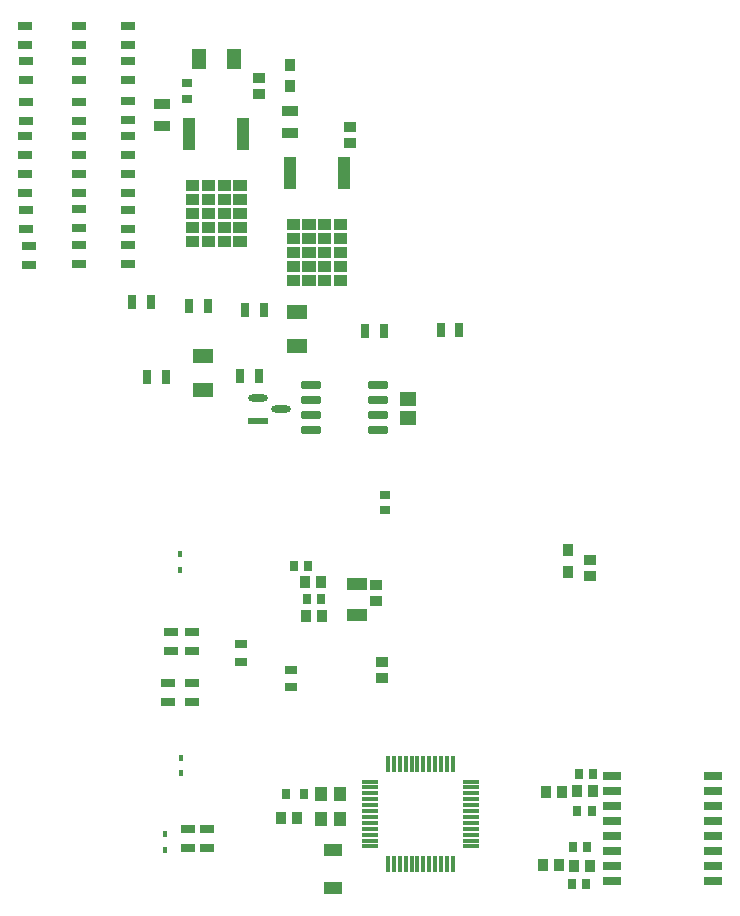
<source format=gbp>
G04*
G04 #@! TF.GenerationSoftware,Altium Limited,Altium Designer,22.11.1 (43)*
G04*
G04 Layer_Color=128*
%FSLAX25Y25*%
%MOIN*%
G70*
G04*
G04 #@! TF.SameCoordinates,B9669DE6-A21E-4E6A-9EE2-FAEABAE17C55*
G04*
G04*
G04 #@! TF.FilePolarity,Positive*
G04*
G01*
G75*
%ADD24R,0.03937X0.03543*%
%ADD26R,0.04921X0.03150*%
%ADD27R,0.03150X0.04921*%
%ADD35R,0.03394X0.02894*%
%ADD43R,0.02985X0.03197*%
%ADD44R,0.03543X0.03937*%
%ADD49R,0.04134X0.03543*%
%ADD121R,0.01575X0.01890*%
%ADD122R,0.05512X0.03740*%
G04:AMPARAMS|DCode=123|XSize=39.37mil|YSize=108.27mil|CornerRadius=1.97mil|HoleSize=0mil|Usage=FLASHONLY|Rotation=0.000|XOffset=0mil|YOffset=0mil|HoleType=Round|Shape=RoundedRectangle|*
%AMROUNDEDRECTD123*
21,1,0.03937,0.10433,0,0,0.0*
21,1,0.03543,0.10827,0,0,0.0*
1,1,0.00394,0.01772,-0.05217*
1,1,0.00394,-0.01772,-0.05217*
1,1,0.00394,-0.01772,0.05217*
1,1,0.00394,0.01772,0.05217*
%
%ADD123ROUNDEDRECTD123*%
%ADD125R,0.04331X0.05118*%
%ADD126R,0.02894X0.03394*%
%ADD127R,0.03740X0.03150*%
%ADD128R,0.06922X0.04551*%
%ADD129R,0.03937X0.03150*%
%ADD130R,0.04528X0.07087*%
G04:AMPARAMS|DCode=131|XSize=108.27mil|YSize=39.37mil|CornerRadius=1.97mil|HoleSize=0mil|Usage=FLASHONLY|Rotation=270.000|XOffset=0mil|YOffset=0mil|HoleType=Round|Shape=RoundedRectangle|*
%AMROUNDEDRECTD131*
21,1,0.10827,0.03543,0,0,270.0*
21,1,0.10433,0.03937,0,0,270.0*
1,1,0.00394,-0.01772,-0.05217*
1,1,0.00394,-0.01772,0.05217*
1,1,0.00394,0.01772,0.05217*
1,1,0.00394,0.01772,-0.05217*
%
%ADD131ROUNDEDRECTD131*%
G04:AMPARAMS|DCode=133|XSize=25.59mil|YSize=64.96mil|CornerRadius=1.92mil|HoleSize=0mil|Usage=FLASHONLY|Rotation=90.000|XOffset=0mil|YOffset=0mil|HoleType=Round|Shape=RoundedRectangle|*
%AMROUNDEDRECTD133*
21,1,0.02559,0.06112,0,0,90.0*
21,1,0.02175,0.06496,0,0,90.0*
1,1,0.00384,0.03056,0.01088*
1,1,0.00384,0.03056,-0.01088*
1,1,0.00384,-0.03056,-0.01088*
1,1,0.00384,-0.03056,0.01088*
%
%ADD133ROUNDEDRECTD133*%
%ADD134R,0.05709X0.05118*%
G04:AMPARAMS|DCode=135|XSize=65.17mil|YSize=23.72mil|CornerRadius=11.86mil|HoleSize=0mil|Usage=FLASHONLY|Rotation=0.000|XOffset=0mil|YOffset=0mil|HoleType=Round|Shape=RoundedRectangle|*
%AMROUNDEDRECTD135*
21,1,0.06517,0.00000,0,0,0.0*
21,1,0.04145,0.02372,0,0,0.0*
1,1,0.02372,0.02072,0.00000*
1,1,0.02372,-0.02072,0.00000*
1,1,0.02372,-0.02072,0.00000*
1,1,0.02372,0.02072,0.00000*
%
%ADD135ROUNDEDRECTD135*%
%ADD136R,0.06517X0.02372*%
%ADD137R,0.06496X0.02992*%
%ADD138R,0.01181X0.05807*%
%ADD139R,0.05807X0.01181*%
%ADD140R,0.06528X0.04156*%
%ADD141R,0.05906X0.03937*%
%ADD142R,0.03150X0.03543*%
G36*
X419836Y438454D02*
X419891Y438399D01*
X419921Y438327D01*
Y438287D01*
Y434823D01*
Y434784D01*
X419891Y434711D01*
X419836Y434656D01*
X419764Y434626D01*
X415630D01*
X415558Y434656D01*
X415502Y434711D01*
X415472Y434784D01*
Y434823D01*
Y438287D01*
Y438327D01*
X415502Y438399D01*
X415558Y438454D01*
X415630Y438484D01*
X419764D01*
X419836Y438454D01*
D02*
G37*
G36*
X414600D02*
X414655Y438399D01*
X414685Y438327D01*
Y438287D01*
Y434823D01*
Y434784D01*
X414655Y434711D01*
X414600Y434656D01*
X414527Y434626D01*
X410394D01*
X410322Y434656D01*
X410266Y434711D01*
X410236Y434784D01*
Y434823D01*
Y438287D01*
Y438327D01*
X410266Y438399D01*
X410322Y438454D01*
X410394Y438484D01*
X414527D01*
X414600Y438454D01*
D02*
G37*
G36*
X409364D02*
X409419Y438399D01*
X409449Y438327D01*
Y438287D01*
Y434823D01*
Y434784D01*
X409419Y434711D01*
X409364Y434656D01*
X409291Y434626D01*
X405158D01*
X405085Y434656D01*
X405030Y434711D01*
X405000Y434784D01*
Y434823D01*
Y438287D01*
Y438327D01*
X405030Y438399D01*
X405085Y438454D01*
X405158Y438484D01*
X409291D01*
X409364Y438454D01*
D02*
G37*
G36*
X404127D02*
X404183Y438399D01*
X404213Y438327D01*
Y438287D01*
Y434823D01*
Y434784D01*
X404183Y434711D01*
X404127Y434656D01*
X404055Y434626D01*
X399921D01*
X399849Y434656D01*
X399794Y434711D01*
X399764Y434784D01*
Y434823D01*
Y438287D01*
Y438327D01*
X399794Y438399D01*
X399849Y438454D01*
X399921Y438484D01*
X404055D01*
X404127Y438454D01*
D02*
G37*
G36*
X419836Y433809D02*
X419891Y433753D01*
X419921Y433681D01*
Y433642D01*
Y430177D01*
Y430138D01*
X419891Y430066D01*
X419836Y430010D01*
X419764Y429980D01*
X415630D01*
X415558Y430010D01*
X415502Y430066D01*
X415472Y430138D01*
Y430177D01*
Y433642D01*
Y433681D01*
X415502Y433753D01*
X415558Y433809D01*
X415630Y433839D01*
X419764D01*
X419836Y433809D01*
D02*
G37*
G36*
X414600D02*
X414655Y433753D01*
X414685Y433681D01*
Y433642D01*
Y430177D01*
Y430138D01*
X414655Y430066D01*
X414600Y430010D01*
X414527Y429980D01*
X410394D01*
X410322Y430010D01*
X410266Y430066D01*
X410236Y430138D01*
Y430177D01*
Y433642D01*
Y433681D01*
X410266Y433753D01*
X410322Y433809D01*
X410394Y433839D01*
X414527D01*
X414600Y433809D01*
D02*
G37*
G36*
X409364D02*
X409419Y433753D01*
X409449Y433681D01*
Y433642D01*
Y430177D01*
Y430138D01*
X409419Y430066D01*
X409364Y430010D01*
X409291Y429980D01*
X405158D01*
X405085Y430010D01*
X405030Y430066D01*
X405000Y430138D01*
Y430177D01*
Y433642D01*
Y433681D01*
X405030Y433753D01*
X405085Y433809D01*
X405158Y433839D01*
X409291D01*
X409364Y433809D01*
D02*
G37*
G36*
X404127D02*
X404183Y433753D01*
X404213Y433681D01*
Y433642D01*
Y430177D01*
Y430138D01*
X404183Y430066D01*
X404127Y430010D01*
X404055Y429980D01*
X399921D01*
X399849Y430010D01*
X399794Y430066D01*
X399764Y430138D01*
Y430177D01*
Y433642D01*
Y433681D01*
X399794Y433753D01*
X399849Y433809D01*
X399921Y433839D01*
X404055D01*
X404127Y433809D01*
D02*
G37*
G36*
X419836Y429163D02*
X419891Y429108D01*
X419921Y429035D01*
Y428996D01*
Y425531D01*
Y425492D01*
X419891Y425420D01*
X419836Y425365D01*
X419764Y425335D01*
X415630D01*
X415558Y425365D01*
X415502Y425420D01*
X415472Y425492D01*
Y425531D01*
Y428996D01*
Y429035D01*
X415502Y429108D01*
X415558Y429163D01*
X415630Y429193D01*
X419764D01*
X419836Y429163D01*
D02*
G37*
G36*
X414600D02*
X414655Y429108D01*
X414685Y429035D01*
Y428996D01*
Y425531D01*
Y425492D01*
X414655Y425420D01*
X414600Y425365D01*
X414527Y425335D01*
X410394D01*
X410322Y425365D01*
X410266Y425420D01*
X410236Y425492D01*
Y425531D01*
Y428996D01*
Y429035D01*
X410266Y429108D01*
X410322Y429163D01*
X410394Y429193D01*
X414527D01*
X414600Y429163D01*
D02*
G37*
G36*
X409364D02*
X409419Y429108D01*
X409449Y429035D01*
Y428996D01*
Y425531D01*
Y425492D01*
X409419Y425420D01*
X409364Y425365D01*
X409291Y425335D01*
X405158D01*
X405085Y425365D01*
X405030Y425420D01*
X405000Y425492D01*
Y425531D01*
Y428996D01*
Y429035D01*
X405030Y429108D01*
X405085Y429163D01*
X405158Y429193D01*
X409291D01*
X409364Y429163D01*
D02*
G37*
G36*
X404127D02*
X404183Y429108D01*
X404213Y429035D01*
Y428996D01*
Y425531D01*
Y425492D01*
X404183Y425420D01*
X404127Y425365D01*
X404055Y425335D01*
X399921D01*
X399849Y425365D01*
X399794Y425420D01*
X399764Y425492D01*
Y425531D01*
Y428996D01*
Y429035D01*
X399794Y429108D01*
X399849Y429163D01*
X399921Y429193D01*
X404055D01*
X404127Y429163D01*
D02*
G37*
G36*
X419836Y424517D02*
X419891Y424462D01*
X419921Y424390D01*
Y424350D01*
Y420886D01*
Y420847D01*
X419891Y420774D01*
X419836Y420719D01*
X419764Y420689D01*
X415630D01*
X415558Y420719D01*
X415502Y420774D01*
X415472Y420847D01*
Y420886D01*
Y424350D01*
Y424390D01*
X415502Y424462D01*
X415558Y424517D01*
X415630Y424547D01*
X419764D01*
X419836Y424517D01*
D02*
G37*
G36*
X414600D02*
X414655Y424462D01*
X414685Y424390D01*
Y424350D01*
Y420886D01*
Y420847D01*
X414655Y420774D01*
X414600Y420719D01*
X414527Y420689D01*
X410394D01*
X410322Y420719D01*
X410266Y420774D01*
X410236Y420847D01*
Y420886D01*
Y424350D01*
Y424390D01*
X410266Y424462D01*
X410322Y424517D01*
X410394Y424547D01*
X414527D01*
X414600Y424517D01*
D02*
G37*
G36*
X409364D02*
X409419Y424462D01*
X409449Y424390D01*
Y424350D01*
Y420886D01*
Y420847D01*
X409419Y420774D01*
X409364Y420719D01*
X409291Y420689D01*
X405158D01*
X405085Y420719D01*
X405030Y420774D01*
X405000Y420847D01*
Y420886D01*
Y424350D01*
Y424390D01*
X405030Y424462D01*
X405085Y424517D01*
X405158Y424547D01*
X409291D01*
X409364Y424517D01*
D02*
G37*
G36*
X404127D02*
X404183Y424462D01*
X404213Y424390D01*
Y424350D01*
Y420886D01*
Y420847D01*
X404183Y420774D01*
X404127Y420719D01*
X404055Y420689D01*
X399921D01*
X399849Y420719D01*
X399794Y420774D01*
X399764Y420847D01*
Y420886D01*
Y424350D01*
Y424390D01*
X399794Y424462D01*
X399849Y424517D01*
X399921Y424547D01*
X404055D01*
X404127Y424517D01*
D02*
G37*
G36*
X419836Y419872D02*
X419891Y419816D01*
X419921Y419744D01*
Y419705D01*
Y416240D01*
Y416201D01*
X419891Y416129D01*
X419836Y416073D01*
X419764Y416043D01*
X415630D01*
X415558Y416073D01*
X415502Y416129D01*
X415472Y416201D01*
Y416240D01*
Y419705D01*
Y419744D01*
X415502Y419816D01*
X415558Y419872D01*
X415630Y419902D01*
X419764D01*
X419836Y419872D01*
D02*
G37*
G36*
X414600D02*
X414655Y419816D01*
X414685Y419744D01*
Y419705D01*
Y416240D01*
Y416201D01*
X414655Y416129D01*
X414600Y416073D01*
X414527Y416043D01*
X410394D01*
X410322Y416073D01*
X410266Y416129D01*
X410236Y416201D01*
Y416240D01*
Y419705D01*
Y419744D01*
X410266Y419816D01*
X410322Y419872D01*
X410394Y419902D01*
X414527D01*
X414600Y419872D01*
D02*
G37*
G36*
X409364D02*
X409419Y419816D01*
X409449Y419744D01*
Y419705D01*
Y416240D01*
Y416201D01*
X409419Y416129D01*
X409364Y416073D01*
X409291Y416043D01*
X405158D01*
X405085Y416073D01*
X405030Y416129D01*
X405000Y416201D01*
Y416240D01*
Y419705D01*
Y419744D01*
X405030Y419816D01*
X405085Y419872D01*
X405158Y419902D01*
X409291D01*
X409364Y419872D01*
D02*
G37*
G36*
X404127D02*
X404183Y419816D01*
X404213Y419744D01*
Y419705D01*
Y416240D01*
Y416201D01*
X404183Y416129D01*
X404127Y416073D01*
X404055Y416043D01*
X399921D01*
X399849Y416073D01*
X399794Y416129D01*
X399764Y416201D01*
Y416240D01*
Y419705D01*
Y419744D01*
X399794Y419816D01*
X399849Y419872D01*
X399921Y419902D01*
X404055D01*
X404127Y419872D01*
D02*
G37*
G36*
X453301Y425462D02*
X453356Y425407D01*
X453386Y425334D01*
Y425295D01*
Y421831D01*
Y421792D01*
X453356Y421719D01*
X453301Y421664D01*
X453228Y421634D01*
X449095D01*
X449022Y421664D01*
X448967Y421719D01*
X448937Y421792D01*
Y421831D01*
Y425295D01*
Y425334D01*
X448967Y425407D01*
X449022Y425462D01*
X449095Y425492D01*
X453228D01*
X453301Y425462D01*
D02*
G37*
G36*
X448064D02*
X448120Y425407D01*
X448150Y425334D01*
Y425295D01*
Y421831D01*
Y421792D01*
X448120Y421719D01*
X448064Y421664D01*
X447992Y421634D01*
X443858D01*
X443786Y421664D01*
X443731Y421719D01*
X443701Y421792D01*
Y421831D01*
Y425295D01*
Y425334D01*
X443731Y425407D01*
X443786Y425462D01*
X443858Y425492D01*
X447992D01*
X448064Y425462D01*
D02*
G37*
G36*
X442828D02*
X442883Y425407D01*
X442913Y425334D01*
Y425295D01*
Y421831D01*
Y421792D01*
X442883Y421719D01*
X442828Y421664D01*
X442756Y421634D01*
X438622D01*
X438550Y421664D01*
X438494Y421719D01*
X438465Y421792D01*
Y421831D01*
Y425295D01*
Y425334D01*
X438494Y425407D01*
X438550Y425462D01*
X438622Y425492D01*
X442756D01*
X442828Y425462D01*
D02*
G37*
G36*
X437592D02*
X437647Y425407D01*
X437677Y425334D01*
Y425295D01*
Y421831D01*
Y421792D01*
X437647Y421719D01*
X437592Y421664D01*
X437520Y421634D01*
X433386D01*
X433314Y421664D01*
X433258Y421719D01*
X433228Y421792D01*
Y421831D01*
Y425295D01*
Y425334D01*
X433258Y425407D01*
X433314Y425462D01*
X433386Y425492D01*
X437520D01*
X437592Y425462D01*
D02*
G37*
G36*
X453301Y420817D02*
X453356Y420761D01*
X453386Y420689D01*
Y420650D01*
Y417185D01*
Y417146D01*
X453356Y417073D01*
X453301Y417018D01*
X453228Y416988D01*
X449095D01*
X449022Y417018D01*
X448967Y417073D01*
X448937Y417146D01*
Y417185D01*
Y420650D01*
Y420689D01*
X448967Y420761D01*
X449022Y420817D01*
X449095Y420847D01*
X453228D01*
X453301Y420817D01*
D02*
G37*
G36*
X448064D02*
X448120Y420761D01*
X448150Y420689D01*
Y420650D01*
Y417185D01*
Y417146D01*
X448120Y417073D01*
X448064Y417018D01*
X447992Y416988D01*
X443858D01*
X443786Y417018D01*
X443731Y417073D01*
X443701Y417146D01*
Y417185D01*
Y420650D01*
Y420689D01*
X443731Y420761D01*
X443786Y420817D01*
X443858Y420847D01*
X447992D01*
X448064Y420817D01*
D02*
G37*
G36*
X442828D02*
X442883Y420761D01*
X442913Y420689D01*
Y420650D01*
Y417185D01*
Y417146D01*
X442883Y417073D01*
X442828Y417018D01*
X442756Y416988D01*
X438622D01*
X438550Y417018D01*
X438494Y417073D01*
X438465Y417146D01*
Y417185D01*
Y420650D01*
Y420689D01*
X438494Y420761D01*
X438550Y420817D01*
X438622Y420847D01*
X442756D01*
X442828Y420817D01*
D02*
G37*
G36*
X437592D02*
X437647Y420761D01*
X437677Y420689D01*
Y420650D01*
Y417185D01*
Y417146D01*
X437647Y417073D01*
X437592Y417018D01*
X437520Y416988D01*
X433386D01*
X433314Y417018D01*
X433258Y417073D01*
X433228Y417146D01*
Y417185D01*
Y420650D01*
Y420689D01*
X433258Y420761D01*
X433314Y420817D01*
X433386Y420847D01*
X437520D01*
X437592Y420817D01*
D02*
G37*
G36*
X453301Y416171D02*
X453356Y416115D01*
X453386Y416043D01*
Y416004D01*
Y412539D01*
Y412500D01*
X453356Y412428D01*
X453301Y412372D01*
X453228Y412343D01*
X449095D01*
X449022Y412372D01*
X448967Y412428D01*
X448937Y412500D01*
Y412539D01*
Y416004D01*
Y416043D01*
X448967Y416115D01*
X449022Y416171D01*
X449095Y416201D01*
X453228D01*
X453301Y416171D01*
D02*
G37*
G36*
X448064D02*
X448120Y416115D01*
X448150Y416043D01*
Y416004D01*
Y412539D01*
Y412500D01*
X448120Y412428D01*
X448064Y412372D01*
X447992Y412343D01*
X443858D01*
X443786Y412372D01*
X443731Y412428D01*
X443701Y412500D01*
Y412539D01*
Y416004D01*
Y416043D01*
X443731Y416115D01*
X443786Y416171D01*
X443858Y416201D01*
X447992D01*
X448064Y416171D01*
D02*
G37*
G36*
X442828D02*
X442883Y416115D01*
X442913Y416043D01*
Y416004D01*
Y412539D01*
Y412500D01*
X442883Y412428D01*
X442828Y412372D01*
X442756Y412343D01*
X438622D01*
X438550Y412372D01*
X438494Y412428D01*
X438465Y412500D01*
Y412539D01*
Y416004D01*
Y416043D01*
X438494Y416115D01*
X438550Y416171D01*
X438622Y416201D01*
X442756D01*
X442828Y416171D01*
D02*
G37*
G36*
X437592D02*
X437647Y416115D01*
X437677Y416043D01*
Y416004D01*
Y412539D01*
Y412500D01*
X437647Y412428D01*
X437592Y412372D01*
X437520Y412343D01*
X433386D01*
X433314Y412372D01*
X433258Y412428D01*
X433228Y412500D01*
Y412539D01*
Y416004D01*
Y416043D01*
X433258Y416115D01*
X433314Y416171D01*
X433386Y416201D01*
X437520D01*
X437592Y416171D01*
D02*
G37*
G36*
X453301Y411525D02*
X453356Y411470D01*
X453386Y411397D01*
Y411358D01*
Y407894D01*
Y407855D01*
X453356Y407782D01*
X453301Y407727D01*
X453228Y407697D01*
X449095D01*
X449022Y407727D01*
X448967Y407782D01*
X448937Y407855D01*
Y407894D01*
Y411358D01*
Y411397D01*
X448967Y411470D01*
X449022Y411525D01*
X449095Y411555D01*
X453228D01*
X453301Y411525D01*
D02*
G37*
G36*
X448064D02*
X448120Y411470D01*
X448150Y411397D01*
Y411358D01*
Y407894D01*
Y407855D01*
X448120Y407782D01*
X448064Y407727D01*
X447992Y407697D01*
X443858D01*
X443786Y407727D01*
X443731Y407782D01*
X443701Y407855D01*
Y407894D01*
Y411358D01*
Y411397D01*
X443731Y411470D01*
X443786Y411525D01*
X443858Y411555D01*
X447992D01*
X448064Y411525D01*
D02*
G37*
G36*
X442828D02*
X442883Y411470D01*
X442913Y411397D01*
Y411358D01*
Y407894D01*
Y407855D01*
X442883Y407782D01*
X442828Y407727D01*
X442756Y407697D01*
X438622D01*
X438550Y407727D01*
X438494Y407782D01*
X438465Y407855D01*
Y407894D01*
Y411358D01*
Y411397D01*
X438494Y411470D01*
X438550Y411525D01*
X438622Y411555D01*
X442756D01*
X442828Y411525D01*
D02*
G37*
G36*
X437592D02*
X437647Y411470D01*
X437677Y411397D01*
Y411358D01*
Y407894D01*
Y407855D01*
X437647Y407782D01*
X437592Y407727D01*
X437520Y407697D01*
X433386D01*
X433314Y407727D01*
X433258Y407782D01*
X433228Y407855D01*
Y407894D01*
Y411358D01*
Y411397D01*
X433258Y411470D01*
X433314Y411525D01*
X433386Y411555D01*
X437520D01*
X437592Y411525D01*
D02*
G37*
G36*
X453301Y406880D02*
X453356Y406824D01*
X453386Y406752D01*
Y406713D01*
Y403248D01*
Y403209D01*
X453356Y403136D01*
X453301Y403081D01*
X453228Y403051D01*
X449095D01*
X449022Y403081D01*
X448967Y403136D01*
X448937Y403209D01*
Y403248D01*
Y406713D01*
Y406752D01*
X448967Y406824D01*
X449022Y406880D01*
X449095Y406910D01*
X453228D01*
X453301Y406880D01*
D02*
G37*
G36*
X448064D02*
X448120Y406824D01*
X448150Y406752D01*
Y406713D01*
Y403248D01*
Y403209D01*
X448120Y403136D01*
X448064Y403081D01*
X447992Y403051D01*
X443858D01*
X443786Y403081D01*
X443731Y403136D01*
X443701Y403209D01*
Y403248D01*
Y406713D01*
Y406752D01*
X443731Y406824D01*
X443786Y406880D01*
X443858Y406910D01*
X447992D01*
X448064Y406880D01*
D02*
G37*
G36*
X442828D02*
X442883Y406824D01*
X442913Y406752D01*
Y406713D01*
Y403248D01*
Y403209D01*
X442883Y403136D01*
X442828Y403081D01*
X442756Y403051D01*
X438622D01*
X438550Y403081D01*
X438494Y403136D01*
X438465Y403209D01*
Y403248D01*
Y406713D01*
Y406752D01*
X438494Y406824D01*
X438550Y406880D01*
X438622Y406910D01*
X442756D01*
X442828Y406880D01*
D02*
G37*
G36*
X437592D02*
X437647Y406824D01*
X437677Y406752D01*
Y406713D01*
Y403248D01*
Y403209D01*
X437647Y403136D01*
X437592Y403081D01*
X437520Y403051D01*
X433386D01*
X433314Y403081D01*
X433258Y403136D01*
X433228Y403209D01*
Y403248D01*
Y406713D01*
Y406752D01*
X433258Y406824D01*
X433314Y406880D01*
X433386Y406910D01*
X437520D01*
X437592Y406880D01*
D02*
G37*
D24*
X424016Y467028D02*
D03*
Y472342D02*
D03*
X454331Y456201D02*
D03*
Y450886D02*
D03*
X462992Y298130D02*
D03*
Y303445D02*
D03*
X465075Y277780D02*
D03*
Y272465D02*
D03*
D26*
X393701Y270866D02*
D03*
Y264567D02*
D03*
X401575D02*
D03*
Y270866D02*
D03*
X394882Y287795D02*
D03*
Y281496D02*
D03*
X401575Y287795D02*
D03*
Y281496D02*
D03*
X380315Y489764D02*
D03*
Y483465D02*
D03*
X347244Y416535D02*
D03*
Y410236D02*
D03*
X364173Y416831D02*
D03*
Y410532D02*
D03*
X364173Y428642D02*
D03*
Y422343D02*
D03*
Y453150D02*
D03*
Y446850D02*
D03*
Y464567D02*
D03*
Y458268D02*
D03*
Y477953D02*
D03*
Y471654D02*
D03*
X346063Y453150D02*
D03*
Y446850D02*
D03*
X346457Y464567D02*
D03*
Y458268D02*
D03*
Y477953D02*
D03*
Y471654D02*
D03*
Y428346D02*
D03*
Y422047D02*
D03*
X380315Y416831D02*
D03*
Y410532D02*
D03*
Y428346D02*
D03*
Y422047D02*
D03*
Y453150D02*
D03*
Y446850D02*
D03*
Y464862D02*
D03*
Y458563D02*
D03*
X364173Y489764D02*
D03*
Y483465D02*
D03*
X346063Y489764D02*
D03*
Y483465D02*
D03*
X380315Y477953D02*
D03*
Y471654D02*
D03*
Y440551D02*
D03*
Y434252D02*
D03*
X364173Y440551D02*
D03*
Y434252D02*
D03*
X346063Y440551D02*
D03*
Y434252D02*
D03*
X400394Y222056D02*
D03*
Y215757D02*
D03*
X406693D02*
D03*
Y222056D02*
D03*
D27*
X490874Y388583D02*
D03*
X484575D02*
D03*
X419291Y395276D02*
D03*
X425591D02*
D03*
X465748Y388189D02*
D03*
X459449D02*
D03*
X381890Y397638D02*
D03*
X388189D02*
D03*
X386614Y372835D02*
D03*
X392913D02*
D03*
X417717Y373228D02*
D03*
X424016D02*
D03*
X407087Y396457D02*
D03*
X400787D02*
D03*
D35*
X466173Y328499D02*
D03*
Y333344D02*
D03*
D43*
X435606Y309923D02*
D03*
X440543D02*
D03*
X439906Y298623D02*
D03*
X444843D02*
D03*
D44*
X527165Y314961D02*
D03*
Y307874D02*
D03*
X434252Y476772D02*
D03*
Y469685D02*
D03*
X439475Y304323D02*
D03*
X444790D02*
D03*
X530217Y234623D02*
D03*
X535532D02*
D03*
X529117Y209923D02*
D03*
X534432D02*
D03*
X439717Y293123D02*
D03*
X445032D02*
D03*
X431317Y225823D02*
D03*
X436632D02*
D03*
X525032Y234423D02*
D03*
X519717D02*
D03*
X523932Y210023D02*
D03*
X518617D02*
D03*
D49*
X534375Y311680D02*
D03*
Y306365D02*
D03*
D121*
X397638Y313622D02*
D03*
Y308425D02*
D03*
X398031Y240709D02*
D03*
Y245905D02*
D03*
X392618Y215127D02*
D03*
Y220324D02*
D03*
D122*
X391732Y456595D02*
D03*
Y463878D02*
D03*
X434252Y454232D02*
D03*
Y461516D02*
D03*
D123*
X400827Y453642D02*
D03*
X418858D02*
D03*
D125*
X444727Y225489D02*
D03*
Y233757D02*
D03*
X451223D02*
D03*
Y225489D02*
D03*
D126*
X533525Y216142D02*
D03*
X528680D02*
D03*
X534899Y228224D02*
D03*
X530054D02*
D03*
X530648Y240551D02*
D03*
X535494D02*
D03*
X533132Y203937D02*
D03*
X528286D02*
D03*
D127*
X400000Y465453D02*
D03*
Y470768D02*
D03*
D128*
X405512Y379630D02*
D03*
Y368401D02*
D03*
X436614Y394300D02*
D03*
Y383071D02*
D03*
D129*
X434646Y269291D02*
D03*
Y275197D02*
D03*
X418110Y277780D02*
D03*
Y283686D02*
D03*
D130*
X415650Y478740D02*
D03*
X404035D02*
D03*
D131*
X434291Y440650D02*
D03*
X452323D02*
D03*
D133*
X463701Y370016D02*
D03*
Y355016D02*
D03*
X441457Y360016D02*
D03*
Y365016D02*
D03*
Y370016D02*
D03*
Y355016D02*
D03*
X463701Y360016D02*
D03*
Y365016D02*
D03*
D134*
X473879Y365365D02*
D03*
Y359066D02*
D03*
D135*
X431382Y362005D02*
D03*
X423701Y365745D02*
D03*
D136*
Y358264D02*
D03*
D137*
X541823Y204623D02*
D03*
X575327D02*
D03*
X541823Y209623D02*
D03*
Y214623D02*
D03*
Y219623D02*
D03*
Y224623D02*
D03*
Y229623D02*
D03*
Y234623D02*
D03*
Y239623D02*
D03*
X575327Y209623D02*
D03*
Y214623D02*
D03*
Y219623D02*
D03*
Y224623D02*
D03*
Y229623D02*
D03*
Y234623D02*
D03*
Y239623D02*
D03*
D138*
X488702Y243808D02*
D03*
X486733D02*
D03*
X484765D02*
D03*
X482796D02*
D03*
X480828D02*
D03*
X478859D02*
D03*
X476891D02*
D03*
X474922D02*
D03*
X472954D02*
D03*
X470985D02*
D03*
X469017D02*
D03*
X467048D02*
D03*
Y210438D02*
D03*
X469017D02*
D03*
X470985D02*
D03*
X472954D02*
D03*
X474922D02*
D03*
X476891D02*
D03*
X478859D02*
D03*
X480828D02*
D03*
X482796D02*
D03*
X484765D02*
D03*
X486733D02*
D03*
X488702D02*
D03*
D139*
X461190Y237950D02*
D03*
Y235981D02*
D03*
Y234013D02*
D03*
Y232044D02*
D03*
Y230076D02*
D03*
Y228107D02*
D03*
Y226139D02*
D03*
Y224170D02*
D03*
Y222202D02*
D03*
Y220233D02*
D03*
Y218265D02*
D03*
Y216296D02*
D03*
X494560D02*
D03*
Y218265D02*
D03*
Y220233D02*
D03*
Y222202D02*
D03*
Y224170D02*
D03*
Y226139D02*
D03*
Y228107D02*
D03*
Y230076D02*
D03*
Y232044D02*
D03*
Y234013D02*
D03*
Y235981D02*
D03*
Y237950D02*
D03*
D140*
X456575Y293500D02*
D03*
Y303746D02*
D03*
D141*
X448819Y214961D02*
D03*
Y202362D02*
D03*
D142*
X433022Y233623D02*
D03*
X438928D02*
D03*
M02*

</source>
